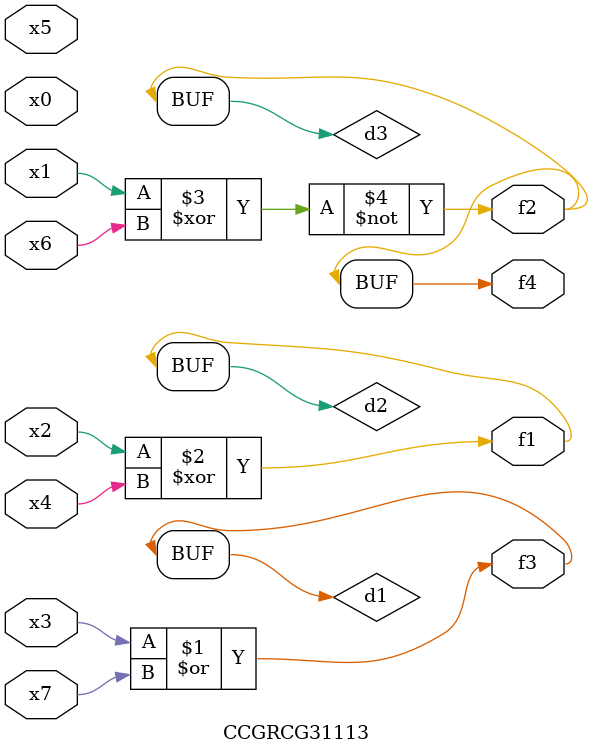
<source format=v>
module CCGRCG31113(
	input x0, x1, x2, x3, x4, x5, x6, x7,
	output f1, f2, f3, f4
);

	wire d1, d2, d3;

	or (d1, x3, x7);
	xor (d2, x2, x4);
	xnor (d3, x1, x6);
	assign f1 = d2;
	assign f2 = d3;
	assign f3 = d1;
	assign f4 = d3;
endmodule

</source>
